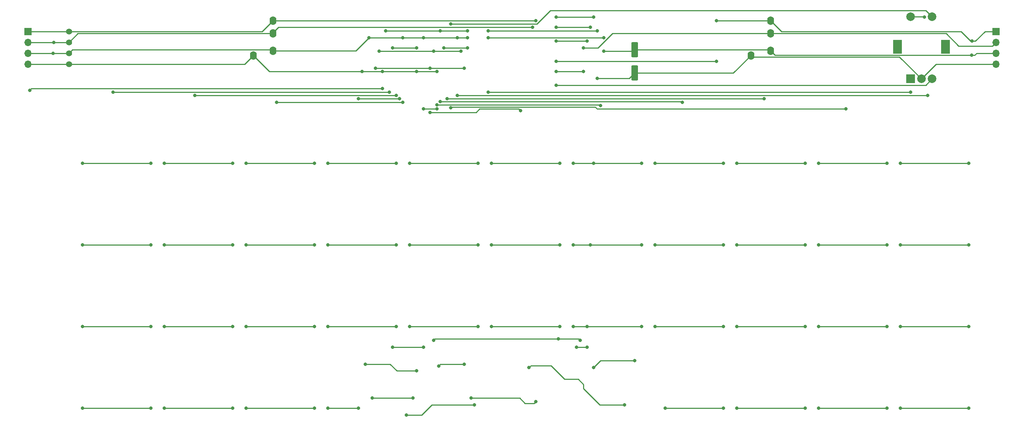
<source format=gbr>
%TF.GenerationSoftware,KiCad,Pcbnew,(6.0.4-0)*%
%TF.CreationDate,2022-09-28T21:01:25-05:00*%
%TF.ProjectId,mongus48,6d6f6e67-7573-4343-982e-6b696361645f,rev?*%
%TF.SameCoordinates,Original*%
%TF.FileFunction,Copper,L1,Top*%
%TF.FilePolarity,Positive*%
%FSLAX46Y46*%
G04 Gerber Fmt 4.6, Leading zero omitted, Abs format (unit mm)*
G04 Created by KiCad (PCBNEW (6.0.4-0)) date 2022-09-28 21:01:25*
%MOMM*%
%LPD*%
G01*
G04 APERTURE LIST*
G04 Aperture macros list*
%AMRoundRect*
0 Rectangle with rounded corners*
0 $1 Rounding radius*
0 $2 $3 $4 $5 $6 $7 $8 $9 X,Y pos of 4 corners*
0 Add a 4 corners polygon primitive as box body*
4,1,4,$2,$3,$4,$5,$6,$7,$8,$9,$2,$3,0*
0 Add four circle primitives for the rounded corners*
1,1,$1+$1,$2,$3*
1,1,$1+$1,$4,$5*
1,1,$1+$1,$6,$7*
1,1,$1+$1,$8,$9*
0 Add four rect primitives between the rounded corners*
20,1,$1+$1,$2,$3,$4,$5,0*
20,1,$1+$1,$4,$5,$6,$7,0*
20,1,$1+$1,$6,$7,$8,$9,0*
20,1,$1+$1,$8,$9,$2,$3,0*%
G04 Aperture macros list end*
%TA.AperFunction,ComponentPad*%
%ADD10C,1.397000*%
%TD*%
%TA.AperFunction,ComponentPad*%
%ADD11O,1.600000X2.000000*%
%TD*%
%TA.AperFunction,ComponentPad*%
%ADD12R,1.700000X1.700000*%
%TD*%
%TA.AperFunction,ComponentPad*%
%ADD13O,1.700000X1.700000*%
%TD*%
%TA.AperFunction,SMDPad,CuDef*%
%ADD14RoundRect,0.250000X-0.550000X1.500000X-0.550000X-1.500000X0.550000X-1.500000X0.550000X1.500000X0*%
%TD*%
%TA.AperFunction,ComponentPad*%
%ADD15R,2.000000X2.000000*%
%TD*%
%TA.AperFunction,ComponentPad*%
%ADD16C,2.000000*%
%TD*%
%TA.AperFunction,ComponentPad*%
%ADD17R,2.000000X3.200000*%
%TD*%
%TA.AperFunction,ViaPad*%
%ADD18C,0.800000*%
%TD*%
%TA.AperFunction,Conductor*%
%ADD19C,0.250000*%
%TD*%
G04 APERTURE END LIST*
D10*
%TO.P,OL1,1,SDA*%
%TO.N,sda*%
X44450000Y-48577500D03*
%TO.P,OL1,2,SCL*%
%TO.N,scl*%
X44450000Y-51117500D03*
%TO.P,OL1,3,VCC*%
%TO.N,3v3*%
X44450000Y-53657500D03*
%TO.P,OL1,4,GND*%
%TO.N,gnd*%
X44450000Y-56197500D03*
%TD*%
D11*
%TO.P,U5,1,SLEEVE*%
%TO.N,gnd*%
X203281250Y-54162500D03*
%TO.P,U5,2,TIP*%
%TO.N,3v3*%
X207881250Y-53062500D03*
%TO.P,U5,3,RING1*%
%TO.N,scl*%
X207881250Y-49062500D03*
%TO.P,U5,4,RING2*%
%TO.N,sda*%
X207881250Y-46062500D03*
%TD*%
D12*
%TO.P,J2,1,Pin_1*%
%TO.N,sda*%
X34925000Y-48587500D03*
D13*
%TO.P,J2,2,Pin_2*%
%TO.N,scl*%
X34925000Y-51127500D03*
%TO.P,J2,3,Pin_3*%
%TO.N,3v3*%
X34925000Y-53667500D03*
%TO.P,J2,4,Pin_4*%
%TO.N,gnd*%
X34925000Y-56207500D03*
%TD*%
D14*
%TO.P,C1,1*%
%TO.N,3v3*%
X176212500Y-52862500D03*
%TO.P,C1,2*%
%TO.N,gnd*%
X176212500Y-58262500D03*
%TD*%
D15*
%TO.P,RSW1,A,A*%
%TO.N,pad_a*%
X240506250Y-59637500D03*
D16*
%TO.P,RSW1,B,B*%
%TO.N,pad_b*%
X245506250Y-59637500D03*
%TO.P,RSW1,C,C*%
%TO.N,gnd*%
X243006250Y-59637500D03*
D17*
%TO.P,RSW1,MP*%
%TO.N,N/C*%
X248606250Y-52137500D03*
X237406250Y-52137500D03*
D16*
%TO.P,RSW1,S1,S1*%
%TO.N,col0*%
X245506250Y-45137500D03*
%TO.P,RSW1,S2,S2*%
%TO.N,Net-(RD1-Pad2)*%
X240506250Y-45137500D03*
%TD*%
D12*
%TO.P,J1,1,Pin_1*%
%TO.N,sda*%
X260350000Y-48587500D03*
D13*
%TO.P,J1,2,Pin_2*%
%TO.N,scl*%
X260350000Y-51127500D03*
%TO.P,J1,3,Pin_3*%
%TO.N,3v3*%
X260350000Y-53667500D03*
%TO.P,J1,4,Pin_4*%
%TO.N,gnd*%
X260350000Y-56207500D03*
%TD*%
D11*
%TO.P,U4,1,SLEEVE*%
%TO.N,gnd*%
X87393750Y-54162500D03*
%TO.P,U4,2,TIP*%
%TO.N,3v3*%
X91993750Y-53062500D03*
%TO.P,U4,3,RING1*%
%TO.N,scl*%
X91993750Y-49062500D03*
%TO.P,U4,4,RING2*%
%TO.N,sda*%
X91993750Y-46062500D03*
%TD*%
D18*
%TO.N,col2*%
X133350000Y-66399997D03*
X225425000Y-66675000D03*
%TO.N,row1*%
X123825000Y-98425000D03*
X200025000Y-98425000D03*
X66675000Y-98425000D03*
X196850000Y-98425000D03*
X161925000Y-98425000D03*
X215900000Y-98425000D03*
X180975000Y-98425000D03*
X142875000Y-98425000D03*
X165893750Y-98425000D03*
X219075000Y-98425000D03*
X47625000Y-98425000D03*
X104775000Y-98425000D03*
X139700000Y-98425000D03*
X234950000Y-98425000D03*
X63500000Y-98425000D03*
X85725000Y-98425000D03*
X254000000Y-98425000D03*
X101600000Y-98425000D03*
X177800000Y-98425000D03*
X238125000Y-98425000D03*
X165893750Y-47625000D03*
X158750000Y-98425000D03*
X82550000Y-98425000D03*
X157956250Y-47625000D03*
X120650000Y-98425000D03*
%TO.N,row2*%
X161925000Y-117475000D03*
X123825000Y-117475000D03*
X200025000Y-117475000D03*
X238125000Y-117475000D03*
X234950000Y-117475000D03*
X219075000Y-117475000D03*
X254000000Y-117475000D03*
X177800000Y-117475000D03*
X139700000Y-117475000D03*
X165100000Y-117475000D03*
X85725000Y-117475000D03*
X165100000Y-50800000D03*
X82550000Y-117475000D03*
X215900000Y-117475000D03*
X47625000Y-117475000D03*
X196850000Y-117475000D03*
X120650000Y-117475000D03*
X104775000Y-117475000D03*
X101600000Y-117475000D03*
X157956250Y-50800000D03*
X158750000Y-117475000D03*
X63500000Y-117475000D03*
X66675000Y-117475000D03*
X142875000Y-117475000D03*
X180975000Y-117475000D03*
%TO.N,row3*%
X101600000Y-136525000D03*
X238125000Y-136525000D03*
X183356250Y-136525000D03*
X85725000Y-136525000D03*
X82550000Y-136525000D03*
X176212500Y-125412500D03*
X47625000Y-136525000D03*
X158445329Y-120345329D03*
X215900000Y-136525000D03*
X254000000Y-136525000D03*
X115093750Y-134143750D03*
X129381250Y-120650000D03*
X163512500Y-120650000D03*
X166687500Y-127000000D03*
X196850000Y-136525000D03*
X234950000Y-136525000D03*
X200025000Y-136525000D03*
X63500000Y-136525000D03*
X104775000Y-136525000D03*
X66675000Y-136525000D03*
X219075000Y-136525000D03*
X124618750Y-134143750D03*
X111918750Y-136525000D03*
%TO.N,Net-(D41-Pad2)*%
X113506250Y-126206250D03*
X125412500Y-127793750D03*
%TO.N,Net-(D42-Pad2)*%
X138906250Y-135731250D03*
X123031250Y-138112500D03*
X127000000Y-122237500D03*
X119856250Y-122237500D03*
%TO.N,Net-(D43-Pad2)*%
X162718750Y-122237500D03*
X165100000Y-122237500D03*
%TO.N,sda*%
X254756250Y-50837500D03*
X195262500Y-55562500D03*
X153193750Y-46037500D03*
X195262500Y-46037500D03*
X157956250Y-55562500D03*
%TO.N,scl*%
X164306250Y-57943750D03*
X157956250Y-57943750D03*
X152400000Y-47625000D03*
X40947500Y-51127500D03*
X164306250Y-52387500D03*
%TO.N,3v3*%
X142081250Y-50006250D03*
X169068750Y-53181250D03*
X169068750Y-50006250D03*
X137318750Y-50006250D03*
X122237500Y-50006250D03*
X127000000Y-50006250D03*
X40788750Y-53667500D03*
X114300000Y-50006250D03*
X254706739Y-54062011D03*
X134937500Y-50006250D03*
%TO.N,gnd*%
X112712500Y-57943750D03*
X130175000Y-57943750D03*
X167481250Y-48418750D03*
X137318750Y-48418750D03*
X142081250Y-48418750D03*
X117475000Y-57943750D03*
X118268750Y-48418750D03*
X125412500Y-57943750D03*
X167481250Y-59531250D03*
X130968750Y-48418750D03*
%TO.N,pad_a*%
X142081250Y-62706250D03*
X240506250Y-62706250D03*
%TO.N,pad_b*%
X157956250Y-61118750D03*
%TO.N,col0*%
X133350000Y-46831250D03*
%TO.N,col12*%
X35302500Y-62290000D03*
X117475000Y-61912500D03*
%TO.N,col11*%
X54768750Y-62706250D03*
X119062500Y-62706250D03*
%TO.N,col10*%
X73818750Y-63500000D03*
X120650000Y-63500000D03*
%TO.N,col9*%
X92868750Y-65087500D03*
X122237500Y-65087500D03*
%TO.N,col8*%
X111918750Y-64293750D03*
X121443750Y-64293750D03*
%TO.N,col7*%
X130552500Y-126622500D03*
X130175000Y-66675000D03*
X127000000Y-66675000D03*
X153193750Y-134937500D03*
X136525000Y-126206250D03*
X138112500Y-134143750D03*
%TO.N,col6*%
X149602500Y-67052500D03*
X128587500Y-67468750D03*
X173831250Y-135731250D03*
X151606250Y-127000000D03*
%TO.N,col5*%
X130175000Y-65675497D03*
X168275000Y-65881250D03*
%TO.N,col4*%
X130968750Y-64950997D03*
X187325000Y-65087500D03*
%TO.N,col3*%
X206375000Y-64293750D03*
X132556250Y-64226497D03*
%TO.N,col1*%
X244475000Y-63500000D03*
X134937500Y-63500000D03*
%TO.N,mosi*%
X131762500Y-52387500D03*
X137318750Y-52387500D03*
%TO.N,sck*%
X115887500Y-57150000D03*
X128587500Y-57150000D03*
X136525000Y-57150000D03*
%TO.N,io_cs*%
X116681250Y-53181250D03*
X135731250Y-53181250D03*
X129381250Y-53181250D03*
%TO.N,Net-(U2-Pad14)*%
X125412500Y-52387500D03*
X119856250Y-52387500D03*
%TO.N,row0*%
X101600000Y-79375000D03*
X161925000Y-79375000D03*
X196850000Y-79375000D03*
X238125000Y-79375000D03*
X219075000Y-79375000D03*
X215900000Y-79375000D03*
X82550000Y-79375000D03*
X66675000Y-79375000D03*
X200025000Y-79375000D03*
X142875000Y-79375000D03*
X177800000Y-79375000D03*
X166687500Y-45243750D03*
X158750000Y-79375000D03*
X234950000Y-79375000D03*
X157956250Y-45243750D03*
X85725000Y-79375000D03*
X63500000Y-79375000D03*
X254000000Y-79375000D03*
X120650000Y-79375000D03*
X139700000Y-79375000D03*
X180975000Y-79375000D03*
X104775000Y-79375000D03*
X166687500Y-79375000D03*
X47625000Y-79375000D03*
X123825000Y-79375000D03*
%TO.N,Net-(RD1-Pad2)*%
X243681250Y-45243750D03*
%TD*%
D19*
%TO.N,col2*%
X133524517Y-66225480D02*
X167031730Y-66225480D01*
X133350000Y-66399997D02*
X133524517Y-66225480D01*
X167031730Y-66225480D02*
X167481250Y-66675000D01*
X167481250Y-66675000D02*
X225425000Y-66675000D01*
%TO.N,row1*%
X120650000Y-98425000D02*
X104775000Y-98425000D01*
X158750000Y-98425000D02*
X142875000Y-98425000D01*
X63500000Y-98425000D02*
X47625000Y-98425000D01*
X157956250Y-47625000D02*
X165893750Y-47625000D01*
X200025000Y-98425000D02*
X215900000Y-98425000D01*
X165893750Y-98425000D02*
X177800000Y-98425000D01*
X219075000Y-98425000D02*
X234950000Y-98425000D01*
X180975000Y-98425000D02*
X196850000Y-98425000D01*
X101600000Y-98425000D02*
X85725000Y-98425000D01*
X82550000Y-98425000D02*
X66675000Y-98425000D01*
X139700000Y-98425000D02*
X123825000Y-98425000D01*
X165824500Y-98425000D02*
X161925000Y-98425000D01*
X238125000Y-98425000D02*
X254000000Y-98425000D01*
%TO.N,row2*%
X165100000Y-117475000D02*
X177800000Y-117475000D01*
X238125000Y-117475000D02*
X254000000Y-117475000D01*
X123825000Y-117475000D02*
X139700000Y-117475000D01*
X219075000Y-117475000D02*
X234950000Y-117475000D01*
X85725000Y-117475000D02*
X101600000Y-117475000D01*
X47625000Y-117475000D02*
X63500000Y-117475000D01*
X161925000Y-117475000D02*
X165100000Y-117475000D01*
X66675000Y-117475000D02*
X82550000Y-117475000D01*
X157956250Y-50800000D02*
X165100000Y-50800000D01*
X142875000Y-117475000D02*
X158750000Y-117475000D01*
X200025000Y-117475000D02*
X215900000Y-117475000D01*
X180975000Y-117475000D02*
X196850000Y-117475000D01*
X104775000Y-117475000D02*
X120650000Y-117475000D01*
%TO.N,row3*%
X82550000Y-136525000D02*
X66675000Y-136525000D01*
X163512500Y-120650000D02*
X163207829Y-120345329D01*
X163207829Y-120345329D02*
X158445329Y-120345329D01*
X219075000Y-136525000D02*
X234950000Y-136525000D01*
X183356250Y-136525000D02*
X196850000Y-136525000D01*
X168275000Y-125412500D02*
X166687500Y-127000000D01*
X200025000Y-136525000D02*
X215900000Y-136525000D01*
X124618750Y-134143750D02*
X115093750Y-134143750D01*
X101600000Y-136525000D02*
X85725000Y-136525000D01*
X129685921Y-120345329D02*
X129381250Y-120650000D01*
X238125000Y-136525000D02*
X254000000Y-136525000D01*
X63500000Y-136525000D02*
X47625000Y-136525000D01*
X158445329Y-120345329D02*
X129685921Y-120345329D01*
X176212500Y-125412500D02*
X168275000Y-125412500D01*
X111918750Y-136525000D02*
X104775000Y-136525000D01*
%TO.N,Net-(D41-Pad2)*%
X113506250Y-126206250D02*
X119269026Y-126206250D01*
X119269026Y-126206250D02*
X120856526Y-127793750D01*
X120856526Y-127793750D02*
X125412500Y-127793750D01*
%TO.N,Net-(D42-Pad2)*%
X129015974Y-135731250D02*
X126634724Y-138112500D01*
X138906250Y-135731250D02*
X129015974Y-135731250D01*
X127000000Y-122237500D02*
X119856250Y-122237500D01*
X126634724Y-138112500D02*
X123031250Y-138112500D01*
%TO.N,Net-(D43-Pad2)*%
X162718750Y-122237500D02*
X165100000Y-122237500D01*
%TO.N,sda*%
X207881250Y-46062500D02*
X210406250Y-48587500D01*
X210406250Y-48587500D02*
X252243750Y-48587500D01*
X44440000Y-48587500D02*
X44450000Y-48577500D01*
X157956250Y-55562500D02*
X195262500Y-55562500D01*
X260350000Y-48587500D02*
X257837500Y-48587500D01*
X44450000Y-48577500D02*
X89478750Y-48577500D01*
X254493750Y-50837500D02*
X252243750Y-48587500D01*
X254756250Y-50837500D02*
X254493750Y-50837500D01*
X195287500Y-46062500D02*
X207881250Y-46062500D01*
X34925000Y-48587500D02*
X44440000Y-48587500D01*
X257837500Y-48587500D02*
X255587500Y-50837500D01*
X91993750Y-46062500D02*
X153168750Y-46062500D01*
X153168750Y-46062500D02*
X153193750Y-46037500D01*
X255587500Y-50837500D02*
X254756250Y-50837500D01*
X89478750Y-48577500D02*
X91993750Y-46062500D01*
%TO.N,scl*%
X251695272Y-51977500D02*
X248780272Y-49062500D01*
X164306250Y-57943750D02*
X157956250Y-57943750D01*
X167712114Y-52387500D02*
X164306250Y-52387500D01*
X260350000Y-51127500D02*
X259500000Y-51977500D01*
X248780272Y-49062500D02*
X207881250Y-49062500D01*
X91993750Y-48862500D02*
X93231250Y-47625000D01*
X40947500Y-51127500D02*
X44440000Y-51127500D01*
X44450000Y-51117500D02*
X46505000Y-49062500D01*
X34925000Y-51127500D02*
X40947500Y-51127500D01*
X259500000Y-51977500D02*
X251695272Y-51977500D01*
X46505000Y-49062500D02*
X91993750Y-49062500D01*
X44440000Y-51127500D02*
X44450000Y-51117500D01*
X93231250Y-47625000D02*
X152400000Y-47625000D01*
X171037114Y-49062500D02*
X167712114Y-52387500D01*
X207881250Y-49062500D02*
X171037114Y-49062500D01*
X91993750Y-49062500D02*
X91993750Y-48862500D01*
%TO.N,3v3*%
X260350000Y-53667500D02*
X255857500Y-53667500D01*
X254706739Y-54062011D02*
X208880761Y-54062011D01*
X45269520Y-52837980D02*
X91769230Y-52837980D01*
X91993750Y-53062500D02*
X111243750Y-53062500D01*
X169068750Y-53181250D02*
X175893750Y-53181250D01*
X176212500Y-52862500D02*
X176237020Y-52837980D01*
X176237020Y-52837980D02*
X207656730Y-52837980D01*
X255462989Y-54062011D02*
X254706739Y-54062011D01*
X207656730Y-52837980D02*
X207881250Y-53062500D01*
X255857500Y-53667500D02*
X255587500Y-53937500D01*
X111243750Y-53062500D02*
X114300000Y-50006250D01*
X34925000Y-53667500D02*
X40788750Y-53667500D01*
X142081250Y-50006250D02*
X169068750Y-50006250D01*
X44450000Y-53657500D02*
X45269520Y-52837980D01*
X91769230Y-52837980D02*
X91993750Y-53062500D01*
X40788750Y-53667500D02*
X44440000Y-53667500D01*
X44440000Y-53667500D02*
X44450000Y-53657500D01*
X137318750Y-50006250D02*
X114300000Y-50006250D01*
X255587500Y-53937500D02*
X255462989Y-54062011D01*
X208880761Y-54062011D02*
X207881250Y-53062500D01*
X175893750Y-53181250D02*
X176212500Y-52862500D01*
%TO.N,gnd*%
X176212500Y-58262500D02*
X199181250Y-58262500D01*
X125412500Y-57943750D02*
X130175000Y-57943750D01*
X117475000Y-57943750D02*
X112712500Y-57943750D01*
X44450000Y-56197500D02*
X85358750Y-56197500D01*
X87393750Y-54162500D02*
X91175000Y-57943750D01*
X142081250Y-48418750D02*
X167481250Y-48418750D01*
X246436250Y-56207500D02*
X243006250Y-59637500D01*
X85358750Y-56197500D02*
X87393750Y-54162500D01*
X117475000Y-57943750D02*
X125412500Y-57943750D01*
X44440000Y-56207500D02*
X44450000Y-56197500D01*
X237880281Y-54511531D02*
X243006250Y-59637500D01*
X199181250Y-58262500D02*
X203281250Y-54162500D01*
X130968750Y-48418750D02*
X118268750Y-48418750D01*
X203630281Y-54511531D02*
X237880281Y-54511531D01*
X34925000Y-56207500D02*
X44440000Y-56207500D01*
X167481250Y-59531250D02*
X174943750Y-59531250D01*
X130968750Y-48418750D02*
X137318750Y-48418750D01*
X203281250Y-54162500D02*
X203630281Y-54511531D01*
X174943750Y-59531250D02*
X176212500Y-58262500D01*
X260350000Y-56207500D02*
X246436250Y-56207500D01*
X91175000Y-57943750D02*
X112712500Y-57943750D01*
%TO.N,pad_a*%
X142081250Y-62706250D02*
X240506250Y-62706250D01*
%TO.N,pad_b*%
X157956250Y-61118750D02*
X244025000Y-61118750D01*
X244025000Y-61118750D02*
X245506250Y-59637500D01*
%TO.N,col0*%
X156567885Y-43687979D02*
X153424614Y-46831250D01*
X153424614Y-46831250D02*
X133350000Y-46831250D01*
X245506250Y-45137500D02*
X244056729Y-43687979D01*
X244056729Y-43687979D02*
X156567885Y-43687979D01*
%TO.N,col12*%
X117475000Y-61912500D02*
X35680000Y-61912500D01*
X35680000Y-61912500D02*
X35302500Y-62290000D01*
%TO.N,col11*%
X119062500Y-62706250D02*
X54768750Y-62706250D01*
%TO.N,col10*%
X120650000Y-63500000D02*
X73818750Y-63500000D01*
%TO.N,col9*%
X122237500Y-65087500D02*
X92868750Y-65087500D01*
%TO.N,col8*%
X121443750Y-64293750D02*
X111918750Y-64293750D01*
%TO.N,col7*%
X138112500Y-134143750D02*
X149431526Y-134143750D01*
X149431526Y-134143750D02*
X150671047Y-135383271D01*
X136525000Y-126206250D02*
X130968750Y-126206250D01*
X130968750Y-126206250D02*
X130552500Y-126622500D01*
X152747979Y-135383271D02*
X153193750Y-134937500D01*
X127000000Y-66675000D02*
X130175000Y-66675000D01*
X150671047Y-135383271D02*
X152747979Y-135383271D01*
%TO.N,col6*%
X151606250Y-127000000D02*
X152052021Y-126554229D01*
X149225000Y-66675000D02*
X149602500Y-67052500D01*
X164306250Y-130968750D02*
X164306250Y-131936954D01*
X164306250Y-131936954D02*
X168100546Y-135731250D01*
X163080829Y-129743329D02*
X164306250Y-130968750D01*
X128587500Y-67468750D02*
X139271526Y-67468750D01*
X152052021Y-126554229D02*
X156716729Y-126554229D01*
X156716729Y-126554229D02*
X159905829Y-129743329D01*
X139271526Y-67468750D02*
X140065276Y-66675000D01*
X159905829Y-129743329D02*
X163080829Y-129743329D01*
X140065276Y-66675000D02*
X149225000Y-66675000D01*
X168100546Y-135731250D02*
X173831250Y-135731250D01*
%TO.N,col5*%
X130175000Y-65675497D02*
X168069247Y-65675497D01*
X168069247Y-65675497D02*
X168275000Y-65881250D01*
%TO.N,col4*%
X187188497Y-64950997D02*
X187325000Y-65087500D01*
X130968750Y-64950997D02*
X187188497Y-64950997D01*
%TO.N,col3*%
X132556250Y-64226497D02*
X206307747Y-64226497D01*
X206307747Y-64226497D02*
X206375000Y-64293750D01*
%TO.N,col1*%
X134937500Y-63500000D02*
X244475000Y-63500000D01*
%TO.N,mosi*%
X137318750Y-52387500D02*
X131762500Y-52387500D01*
%TO.N,sck*%
X136525000Y-57150000D02*
X115887500Y-57150000D01*
%TO.N,io_cs*%
X135731250Y-53181250D02*
X116681250Y-53181250D01*
%TO.N,Net-(U2-Pad14)*%
X125412500Y-52387500D02*
X119856250Y-52387500D01*
%TO.N,row0*%
X177800000Y-79375000D02*
X166687500Y-79375000D01*
X234950000Y-79375000D02*
X219075000Y-79375000D01*
X101600000Y-79375000D02*
X85725000Y-79375000D01*
X166687500Y-79375000D02*
X161925000Y-79375000D01*
X82550000Y-79375000D02*
X66675000Y-79375000D01*
X63500000Y-79375000D02*
X47625000Y-79375000D01*
X139700000Y-79375000D02*
X123825000Y-79375000D01*
X254000000Y-79375000D02*
X238125000Y-79375000D01*
X157956250Y-45243750D02*
X166687500Y-45243750D01*
X158750000Y-79375000D02*
X142875000Y-79375000D01*
X215900000Y-79375000D02*
X200025000Y-79375000D01*
X196850000Y-79375000D02*
X180975000Y-79375000D01*
X120650000Y-79375000D02*
X104775000Y-79375000D01*
%TO.N,Net-(RD1-Pad2)*%
X240506250Y-45137500D02*
X243575000Y-45137500D01*
X243575000Y-45137500D02*
X243681250Y-45243750D01*
%TD*%
M02*

</source>
